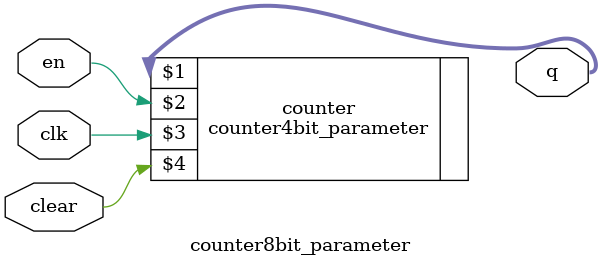
<source format=v>
module counter8bit_parameter(q,en,clk,clear);
	parameter N = 8;
	output [N-1:0]q;
	input en,clk,clear;
	
	counter4bit_parameter #(.N(N))counter(q,en,clk,clear);
endmodule

</source>
